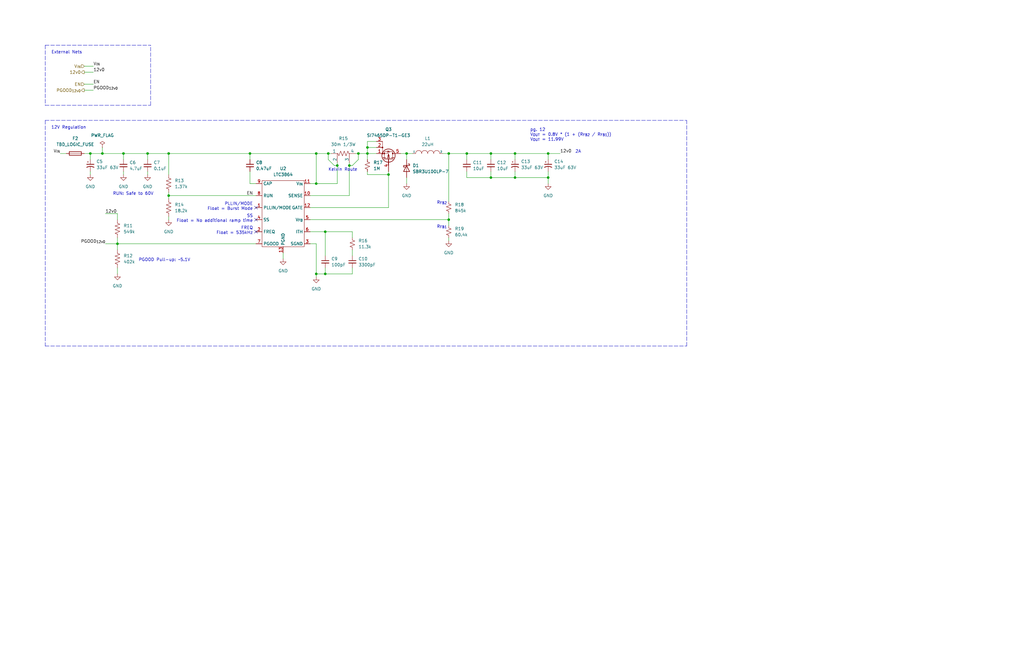
<source format=kicad_sch>
(kicad_sch (version 20211123) (generator eeschema)
  (paper "B")
  (title_block (title "Power Distribution") (date "2021-11-14") (rev "1.0.0") (company "The A-Team (RC SSL)") (comment 1 "Designed By: W. Stuckey & R. Osawa") (comment 2 "Reviewed By:"))
  (lib_symbols
    (symbol "AT-Transistors:Q_PMOS_SGD_PowerPAK" (pin_names (offset 0) hide)
      (property "Reference" "Q" (at 5.08 1.27 0))
      (property "Value" "Q_PMOS_SGD_PowerPAK" (at 5.08 -1.27 0))
      (symbol "Q_PMOS_SGD_PowerPAK_0_1"
        (polyline (pts (xy 0.254 0) (xy -2.54 0)))
        (polyline (pts (xy 0.254 0) (xy -2.54 0)))
        (polyline (pts (xy 0.254 1.905) (xy 0.254 -1.905)) (stroke (width 0.254)))
        (polyline (pts (xy 0.762 -1.27) (xy 0.762 -2.286)) (stroke (width 0.254)))
        (polyline (pts (xy 0.762 0.508) (xy 0.762 -0.508)) (stroke (width 0.254)))
        (polyline (pts (xy 0.762 2.286) (xy 0.762 1.27)) (stroke (width 0.254)))
        (polyline (pts (xy 2.54 2.54) (xy 2.54 1.778)))
        (polyline (pts (xy 7.62 -2.54) (xy 5.08 -2.54)) (stroke (width 0.1524)))
        (polyline (pts (xy 2.54 -2.54) (xy 2.54 0) (xy 0.762 0)))
        (polyline (pts (xy 5.08 -2.54) (xy 2.54 -2.54) (xy 3.81 -2.54)) (stroke (width 0.1524)))
        (polyline (pts (xy 0.762 1.778) (xy 3.302 1.778) (xy 3.302 -1.778) (xy 0.762 -1.778)))
        (polyline (pts (xy 2.286 0) (xy 1.27 0.381) (xy 1.27 -0.381) (xy 2.286 0)) (fill (type outline)))
        (polyline (pts (xy 2.794 -0.508) (xy 2.921 -0.381) (xy 3.683 -0.381) (xy 3.81 -0.254)))
        (polyline (pts (xy 3.302 -0.381) (xy 2.921 0.254) (xy 3.683 0.254) (xy 3.302 -0.381)))
        (circle (center 1.651 0) (radius 2.794) (stroke (width 0.254)))
        (circle (center 2.54 -2.54) (radius 0.254) (fill (type outline)))
        (circle (center 2.54 -1.778) (radius 0.254) (fill (type outline)))
        (circle (center 2.54 1.778) (radius 0.254) (fill (type outline)))
        (circle (center 5.08 -2.54) (radius 0.254) (fill (type outline)))
      )
      (symbol "Q_PMOS_SGD_PowerPAK_1_1"
        (pin passive line (at 2.54 -5.08 90) (length 2.54) (name "S") (number "1"))
        (pin passive line (at 5.08 -5.08 90) (length 2.54) (name "S") (number "2"))
        (pin passive line (at 7.62 -5.08 90) (length 2.54) (name "S") (number "3"))
        (pin input line (at -5.08 0 0) (length 5.08) (name "G") (number "4"))
        (pin passive line (at 2.54 5.08 270) (length 2.54) (name "D") (number "5"))
      )
    )
    (symbol "Device:C_Polarized_Small_US" (pin_numbers hide) (pin_names (offset 0.254) hide)
      (property "Reference" "C" (at 0.254 1.778 0))
      (property "Value" "C_Polarized_Small_US" (at 0.254 -2.032 0))
      (symbol "C_Polarized_Small_US_0_1"
        (polyline (pts (xy -1.524 0.508) (xy 1.524 0.508)) (stroke (width 0.3048)))
        (polyline (pts (xy -1.27 1.524) (xy -0.762 1.524)))
        (polyline (pts (xy -1.016 1.27) (xy -1.016 1.778)))
        (arc (start 1.524 -0.762) (mid 0 -0.3734) (end -1.524 -0.762) (stroke (width 0.3048)))
      )
      (symbol "C_Polarized_Small_US_1_1"
        (pin passive line (at 0 2.54 270) (length 2.032) (name "~") (number "1"))
        (pin passive line (at 0 -2.54 90) (length 2.032) (name "~") (number "2"))
      )
    )
    (symbol "Device:C_Small" (pin_numbers hide) (pin_names (offset 0.254) hide)
      (property "Reference" "C" (at 0.254 1.778 0))
      (property "Value" "C_Small" (at 0.254 -2.032 0))
      (symbol "C_Small_0_1"
        (polyline (pts (xy -1.524 -0.508) (xy 1.524 -0.508)) (stroke (width 0.3302)))
        (polyline (pts (xy -1.524 0.508) (xy 1.524 0.508)) (stroke (width 0.3048)))
      )
      (symbol "C_Small_1_1"
        (pin passive line (at 0 2.54 270) (length 2.032) (name "~") (number "1"))
        (pin passive line (at 0 -2.54 90) (length 2.032) (name "~") (number "2"))
      )
    )
    (symbol "Device:D_Schottky" (pin_numbers hide) (pin_names (offset 1.016) hide)
      (property "Reference" "D" (at 0 2.54 0))
      (property "Value" "D_Schottky" (at 0 -2.54 0))
      (symbol "D_Schottky_0_1"
        (polyline (pts (xy 1.27 0) (xy -1.27 0)))
        (polyline (pts (xy 1.27 1.27) (xy 1.27 -1.27) (xy -1.27 0) (xy 1.27 1.27)) (stroke (width 0.254)))
        (polyline (pts (xy -1.905 0.635) (xy -1.905 1.27) (xy -1.27 1.27) (xy -1.27 -1.27) (xy -0.635 -1.27) (xy -0.635 -0.635)) (stroke (width 0.254)))
      )
      (symbol "D_Schottky_1_1"
        (pin passive line (at -3.81 0 0) (length 2.54) (name "K") (number "1"))
        (pin passive line (at 3.81 0 180) (length 2.54) (name "A") (number "2"))
      )
    )
    (symbol "Device:Fuse" (pin_numbers hide) (pin_names (offset 0))
      (property "Reference" "F" (at 2.032 0 90))
      (property "Value" "Fuse" (at -1.905 0 90))
      (symbol "Fuse_0_1"
        (rectangle (start -0.762 -2.54) (end 0.762 2.54) (stroke (width 0.254)))
        (polyline (pts (xy 0 2.54) (xy 0 -2.54)))
      )
      (symbol "Fuse_1_1"
        (pin passive line (at 0 3.81 270) (length 1.27) (name "~") (number "1"))
        (pin passive line (at 0 -3.81 90) (length 1.27) (name "~") (number "2"))
      )
    )
    (symbol "Device:R_Shunt_US" (pin_numbers hide) (pin_names (offset 0))
      (property "Reference" "R" (at -5.08 0 90))
      (property "Value" "R_Shunt_US" (at -3.048 0 90))
      (symbol "R_Shunt_US_1_1"
        (polyline (pts (xy 0 -2.54) (xy 1.27 -2.54)))
        (polyline (pts (xy 0 -2.286) (xy 0 -2.54)))
        (polyline (pts (xy 0 2.286) (xy 0 2.54)))
        (polyline (pts (xy 1.27 2.54) (xy 0 2.54)))
        (polyline (pts (xy 0 -0.762) (xy 1.016 -1.143) (xy 0 -1.524) (xy -1.016 -1.905) (xy 0 -2.286)))
        (polyline (pts (xy 0 0.762) (xy 1.016 0.381) (xy 0 0) (xy -1.016 -0.381) (xy 0 -0.762)))
        (polyline (pts (xy 0 2.286) (xy 1.016 1.905) (xy 0 1.524) (xy -1.016 1.143) (xy 0 0.762)))
        (pin passive line (at 0 5.08 270) (length 2.54) (name "1") (number "1"))
        (pin passive line (at 3.81 2.54 180) (length 2.54) (name "2") (number "2"))
        (pin passive line (at 3.81 -2.54 180) (length 2.54) (name "3") (number "3"))
        (pin passive line (at 0 -5.08 90) (length 2.54) (name "4") (number "4"))
      )
    )
    (symbol "Device:R_Small_US" (pin_numbers hide) (pin_names (offset 0.254) hide)
      (property "Reference" "R" (at 0.762 0.508 0))
      (property "Value" "R_Small_US" (at 0.762 -1.016 0))
      (symbol "R_Small_US_1_1"
        (polyline (pts (xy 0 0) (xy 1.016 -0.381) (xy 0 -0.762) (xy -1.016 -1.143) (xy 0 -1.524)))
        (polyline (pts (xy 0 1.524) (xy 1.016 1.143) (xy 0 0.762) (xy -1.016 0.381) (xy 0 0)))
        (pin passive line (at 0 2.54 270) (length 1.016) (name "~") (number "1"))
        (pin passive line (at 0 -2.54 90) (length 1.016) (name "~") (number "2"))
      )
    )
    (symbol "Device:R_US" (pin_numbers hide) (pin_names (offset 0))
      (property "Reference" "R" (at 2.54 0 90))
      (property "Value" "R_US" (at -2.54 0 90))
      (symbol "R_US_0_1"
        (polyline (pts (xy 0 -2.286) (xy 0 -2.54)))
        (polyline (pts (xy 0 2.286) (xy 0 2.54)))
        (polyline (pts (xy 0 -0.762) (xy 1.016 -1.143) (xy 0 -1.524) (xy -1.016 -1.905) (xy 0 -2.286)))
        (polyline (pts (xy 0 0.762) (xy 1.016 0.381) (xy 0 0) (xy -1.016 -0.381) (xy 0 -0.762)))
        (polyline (pts (xy 0 2.286) (xy 1.016 1.905) (xy 0 1.524) (xy -1.016 1.143) (xy 0 0.762)))
      )
      (symbol "R_US_1_1"
        (pin passive line (at 0 3.81 270) (length 1.27) (name "~") (number "1"))
        (pin passive line (at 0 -3.81 90) (length 1.27) (name "~") (number "2"))
      )
    )
    (symbol "ltc_regulators:LTC3864"
      (property "Reference" "U" (at -6.35 -15.24 0))
      (property "Value" "LTC3864" (at 0 15.24 0))
      (symbol "LTC3864_0_1"
        (rectangle (start -8.89 13.97) (end 8.89 -13.97) (stroke (width 0.1524)))
      )
      (symbol "LTC3864_1_1"
        (pin input line (at -11.43 2.54 0) (length 2.54) (name "PLLIN/MODE") (number "1"))
        (pin input line (at 11.43 7.62 180) (length 2.54) (name "SENSE") (number "10"))
        (pin power_in line (at 11.43 12.7 180) (length 2.54) (name "V_{IN}") (number "11"))
        (pin output line (at 11.43 2.54 180) (length 2.54) (name "GATE") (number "12"))
        (pin power_in line (at 0 -16.51 90) (length 2.54) (name "PGND") (number "13"))
        (pin passive line (at -11.43 -7.62 0) (length 2.54) (name "FREQ") (number "2"))
        (pin power_in line (at 11.43 -12.7 180) (length 2.54) (name "SGND") (number "3"))
        (pin bidirectional line (at -11.43 -2.54 0) (length 2.54) (name "SS") (number "4"))
        (pin input line (at 11.43 -2.54 180) (length 2.54) (name "V_{FB}") (number "5"))
        (pin bidirectional line (at 11.43 -7.62 180) (length 2.54) (name "ITH") (number "6"))
        (pin bidirectional line (at -11.43 -12.7 0) (length 2.54) (name "PGOOD") (number "7"))
        (pin input line (at -11.43 7.62 0) (length 2.54) (name "RUN") (number "8"))
        (pin bidirectional line (at -11.43 12.7 0) (length 2.54) (name "CAP") (number "9"))
      )
    )
    (symbol "power:GND" (power) (pin_names (offset 0))
      (property "Value" "GND" (at 0 -3.81 0))
      (symbol "GND_0_1"
        (polyline (pts (xy 0 0) (xy 0 -1.27) (xy 1.27 -1.27) (xy 0 -2.54) (xy -1.27 -1.27) (xy 0 -1.27)))
      )
      (symbol "GND_1_1"
        (pin power_in line (at 0 0 270) (length 0) hide (name "GND") (number "1"))
      )
    )
    (symbol "power:PWR_FLAG" (power) (pin_numbers hide) (pin_names (offset 0) hide)
      (property "Value" "PWR_FLAG" (at 0 3.81 0))
      (symbol "PWR_FLAG_0_0"
        (pin power_out line (at 0 0 90) (length 0) (name "pwr") (number "1"))
      )
      (symbol "PWR_FLAG_0_1"
        (polyline (pts (xy 0 0) (xy 0 1.27) (xy -1.016 1.905) (xy 0 2.54) (xy 1.016 1.905) (xy 0 1.27)))
      )
    )
    (symbol "pspice:INDUCTOR" (pin_numbers hide) (pin_names (offset 0))
      (property "Reference" "L" (at 0 2.54 0))
      (property "Value" "INDUCTOR" (at 0 -1.27 0))
      (symbol "INDUCTOR_0_1"
        (arc (start -2.54 0) (mid -3.81 1.27) (end -5.08 0))
        (arc (start 0 0) (mid -1.27 1.27) (end -2.54 0))
        (arc (start 2.54 0) (mid 1.27 1.27) (end 0 0))
        (arc (start 5.08 0) (mid 3.81 1.27) (end 2.54 0))
      )
      (symbol "INDUCTOR_1_1"
        (pin input line (at -6.35 0 0) (length 1.27) (name "1") (number "1"))
        (pin input line (at 6.35 0 180) (length 1.27) (name "2") (number "2"))
      )
    )
  )
  (junction (at 154.94 64.77))
  (junction (at 154.94 62.23))
  (junction (at 207.01 74.93))
  (junction (at 207.01 64.77))
  (junction (at 189.23 64.77))
  (junction (at 142.24 69.85))
  (junction (at 105.41 64.77))
  (junction (at 133.35 77.47))
  (junction (at 217.17 74.93))
  (junction (at 43.18 64.77))
  (junction (at 38.1 64.77))
  (junction (at 196.85 64.77))
  (junction (at 137.16 97.79))
  (junction (at 137.16 115.57))
  (junction (at 133.35 115.57))
  (junction (at 62.23 64.77))
  (junction (at 189.23 92.71))
  (junction (at 171.45 64.77))
  (junction (at 163.83 73.66))
  (junction (at 133.35 64.77))
  (junction (at 147.32 69.85))
  (junction (at 71.12 64.77))
  (junction (at 52.07 64.77))
  (junction (at 231.14 74.93))
  (junction (at 49.53 102.87))
  (junction (at 151.13 64.77))
  (junction (at 231.14 64.77))
  (junction (at 138.43 64.77))
  (junction (at 71.12 82.55))
  (junction (at 217.17 64.77))
  (no_connect (at 107.95 87.63))
  (no_connect (at 107.95 97.79))
  (no_connect (at 107.95 92.71))
  (wire (pts (xy 133.35 115.57) (xy 133.35 116.84)))
  (wire (pts (xy 148.59 113.03) (xy 148.59 115.57)))
  (wire (pts (xy 130.81 97.79) (xy 137.16 97.79)))
  (wire (pts (xy 130.81 82.55) (xy 147.32 82.55)))
  (wire (pts (xy 231.14 64.77) (xy 231.14 67.31)))
  (wire (pts (xy 49.53 113.03) (xy 49.53 115.57)))
  (wire (pts (xy 62.23 72.39) (xy 62.23 73.66)))
  (wire (pts (xy 189.23 90.17) (xy 189.23 92.71)))
  (wire (pts (xy 158.75 59.69) (xy 154.94 59.69)))
  (wire (pts (xy 168.91 64.77) (xy 171.45 64.77)))
  (wire (pts (xy 137.16 97.79) (xy 137.16 107.95)))
  (wire (pts (xy 105.41 64.77) (xy 133.35 64.77)))
  (wire (pts (xy 196.85 64.77) (xy 196.85 67.31)))
  (wire (pts (xy 154.94 73.66) (xy 163.83 73.66)))
  (wire (pts (xy 130.81 87.63) (xy 163.83 87.63)))
  (wire (pts (xy 105.41 77.47) (xy 107.95 77.47)))
  (wire (pts (xy 217.17 74.93) (xy 231.14 74.93)))
  (wire (pts (xy 154.94 64.77) (xy 154.94 67.31)))
  (wire (pts (xy 52.07 64.77) (xy 62.23 64.77)))
  (wire (pts (xy 38.1 72.39) (xy 38.1 73.66)))
  (wire (pts (xy 217.17 64.77) (xy 217.17 67.31)))
  (wire (pts (xy 207.01 64.77) (xy 217.17 64.77)))
  (wire (pts (xy 71.12 82.55) (xy 107.95 82.55)))
  (wire (pts (xy 62.23 64.77) (xy 71.12 64.77)))
  (wire (pts (xy 71.12 64.77) (xy 71.12 73.66)))
  (wire (pts (xy 189.23 100.33) (xy 189.23 101.6)))
  (wire (pts (xy 196.85 64.77) (xy 207.01 64.77)))
  (wire (pts (xy 35.56 30.48) (xy 39.37 30.48)))
  (wire (pts (xy 217.17 64.77) (xy 231.14 64.77)))
  (wire (pts (xy 38.1 64.77) (xy 43.18 64.77)))
  (wire (pts (xy 207.01 64.77) (xy 207.01 67.31)))
  (wire (pts (xy 71.12 82.55) (xy 71.12 83.82)))
  (wire (pts (xy 137.16 97.79) (xy 148.59 97.79)))
  (wire (pts (xy 119.38 106.68) (xy 119.38 109.22)))
  (wire (pts (xy 147.32 68.58) (xy 147.32 69.85)))
  (wire (pts (xy 133.35 64.77) (xy 133.35 77.47)))
  (wire (pts (xy 35.56 38.1) (xy 39.37 38.1)))
  (wire (pts (xy 130.81 77.47) (xy 133.35 77.47)))
  (wire (pts (xy 133.35 102.87) (xy 133.35 115.57)))
  (wire (pts (xy 151.13 67.31) (xy 151.13 64.77)))
  (wire (pts (xy 133.35 77.47) (xy 142.24 77.47)))
  (wire (pts (xy 148.59 69.85) (xy 147.32 69.85)))
  (wire (pts (xy 154.94 72.39) (xy 154.94 73.66)))
  (wire (pts (xy 35.56 64.77) (xy 38.1 64.77)))
  (wire (pts (xy 52.07 64.77) (xy 52.07 67.31)))
  (wire (pts (xy 140.97 69.85) (xy 142.24 69.85)))
  (wire (pts (xy 189.23 64.77) (xy 196.85 64.77)))
  (polyline (pts (xy 19.05 19.05) (xy 19.05 44.45)) (stroke (width 0) (type dash)))
  (polyline (pts (xy 19.05 19.05) (xy 63.5 19.05)) (stroke (width 0) (type dash)))
  (polyline (pts (xy 19.05 44.45) (xy 63.5 44.45)) (stroke (width 0) (type dash)))
  (polyline (pts (xy 63.5 44.45) (xy 63.5 19.05)) (stroke (width 0) (type dash)))
  (wire (pts (xy 52.07 72.39) (xy 52.07 73.66)))
  (wire (pts (xy 49.53 102.87) (xy 107.95 102.87)))
  (wire (pts (xy 231.14 74.93) (xy 231.14 77.47)))
  (wire (pts (xy 171.45 74.93) (xy 171.45 77.47)))
  (wire (pts (xy 137.16 113.03) (xy 137.16 115.57)))
  (wire (pts (xy 38.1 64.77) (xy 38.1 67.31)))
  (wire (pts (xy 49.53 100.33) (xy 49.53 102.87)))
  (wire (pts (xy 35.56 35.56) (xy 39.37 35.56)))
  (wire (pts (xy 148.59 105.41) (xy 148.59 107.95)))
  (wire (pts (xy 163.83 73.66) (xy 163.83 72.39)))
  (wire (pts (xy 130.81 102.87) (xy 133.35 102.87)))
  (wire (pts (xy 49.53 102.87) (xy 44.45 102.87)))
  (wire (pts (xy 105.41 64.77) (xy 105.41 67.31)))
  (wire (pts (xy 133.35 115.57) (xy 137.16 115.57)))
  (wire (pts (xy 149.86 64.77) (xy 151.13 64.77)))
  (wire (pts (xy 43.18 64.77) (xy 52.07 64.77)))
  (wire (pts (xy 151.13 64.77) (xy 154.94 64.77)))
  (wire (pts (xy 105.41 72.39) (xy 105.41 77.47)))
  (wire (pts (xy 137.16 115.57) (xy 148.59 115.57)))
  (wire (pts (xy 231.14 64.77) (xy 236.22 64.77)))
  (wire (pts (xy 49.53 102.87) (xy 49.53 105.41)))
  (wire (pts (xy 138.43 64.77) (xy 138.43 67.31)))
  (wire (pts (xy 231.14 72.39) (xy 231.14 74.93)))
  (wire (pts (xy 207.01 74.93) (xy 217.17 74.93)))
  (wire (pts (xy 62.23 64.77) (xy 62.23 67.31)))
  (wire (pts (xy 147.32 69.85) (xy 147.32 82.55)))
  (wire (pts (xy 138.43 67.31) (xy 140.97 69.85)))
  (wire (pts (xy 154.94 64.77) (xy 158.75 64.77)))
  (wire (pts (xy 196.85 74.93) (xy 207.01 74.93)))
  (wire (pts (xy 71.12 81.28) (xy 71.12 82.55)))
  (wire (pts (xy 148.59 69.85) (xy 151.13 67.31)))
  (wire (pts (xy 171.45 64.77) (xy 171.45 67.31)))
  (wire (pts (xy 196.85 72.39) (xy 196.85 74.93)))
  (wire (pts (xy 189.23 92.71) (xy 189.23 95.25)))
  (wire (pts (xy 207.01 72.39) (xy 207.01 74.93)))
  (wire (pts (xy 142.24 69.85) (xy 142.24 68.58)))
  (wire (pts (xy 171.45 64.77) (xy 173.99 64.77)))
  (wire (pts (xy 154.94 62.23) (xy 154.94 64.77)))
  (wire (pts (xy 25.4 64.77) (xy 27.94 64.77)))
  (wire (pts (xy 138.43 64.77) (xy 139.7 64.77)))
  (wire (pts (xy 71.12 91.44) (xy 71.12 92.71)))
  (wire (pts (xy 49.53 90.17) (xy 49.53 92.71)))
  (wire (pts (xy 44.45 90.17) (xy 49.53 90.17)))
  (wire (pts (xy 142.24 77.47) (xy 142.24 69.85)))
  (wire (pts (xy 186.69 64.77) (xy 189.23 64.77)))
  (wire (pts (xy 163.83 73.66) (xy 163.83 87.63)))
  (wire (pts (xy 148.59 97.79) (xy 148.59 100.33)))
  (wire (pts (xy 154.94 59.69) (xy 154.94 62.23)))
  (wire (pts (xy 189.23 64.77) (xy 189.23 85.09)))
  (wire (pts (xy 154.94 62.23) (xy 158.75 62.23)))
  (polyline (pts (xy 19.05 50.8) (xy 19.05 146.05)) (stroke (width 0) (type dash)))
  (polyline (pts (xy 19.05 50.8) (xy 289.56 50.8)) (stroke (width 0) (type dash)))
  (polyline (pts (xy 19.05 146.05) (xy 289.56 146.05)) (stroke (width 0) (type dash)))
  (polyline (pts (xy 289.56 146.05) (xy 289.56 50.8)) (stroke (width 0) (type dash)))
  (wire (pts (xy 71.12 64.77) (xy 105.41 64.77)))
  (wire (pts (xy 130.81 92.71) (xy 189.23 92.71)))
  (wire (pts (xy 35.56 27.94) (xy 39.37 27.94)))
  (wire (pts (xy 217.17 72.39) (xy 217.17 74.93)))
  (wire (pts (xy 133.35 64.77) (xy 138.43 64.77)))
  (wire (pts (xy 43.18 62.23) (xy 43.18 64.77)))
  (text "SS\nFloat = No additional ramp time" (at 106.68 93.98 180) (effects (font (size 1.27 1.27)) (justify right bottom)))
  (text "R_{FB1}\n" (at 184.15 96.52 0) (effects (font (size 1.27 1.27)) (justify left bottom)))
  (text "FREQ\nFloat = 535kHz" (at 106.68 99.06 180) (effects (font (size 1.27 1.27)) (justify right bottom)))
  (text "Kelvin Route" (at 138.43 72.39 0) (effects (font (size 1.27 1.27)) (justify left bottom)))
  (text "PGOOD Pull-up: ~5.1V" (at 58.42 110.49 0) (effects (font (size 1.27 1.27)) (justify left bottom)))
  (text "RUN: Safe to 60V" (at 64.77 82.55 180) (effects (font (size 1.27 1.27)) (justify right bottom)))
  (text "2A" (at 242.57 64.77 0) (effects (font (size 1.27 1.27)) (justify left bottom)))
  (text "12V Regulation" (at 21.59 54.61 0) (effects (font (size 1.27 1.27)) (justify left bottom)))
  (text "pg. 12\nV_{OUT} = 0.8V * (1 + (R_{FB2} / R_{FB1}))\nV_{OUT} = 11.99V" (at 223.52 59.69 0) (effects (font (size 1.27 1.27)) (justify left bottom)))
  (text "PLLIN/MODE\nFloat = Burst Mode" (at 106.68 88.9 180) (effects (font (size 1.27 1.27)) (justify right bottom)))
  (text "External Nets" (at 21.59 22.86 0) (effects (font (size 1.27 1.27)) (justify left bottom)))
  (text "R_{FB2}" (at 184.15 86.36 0) (effects (font (size 1.27 1.27)) (justify left bottom)))
  (label "V_{IN}" (at 39.37 27.94 0))
  (label "12v0" (at 39.37 30.48 0))
  (label "12v0" (at 236.22 64.77 0))
  (label "EN" (at 39.37 35.56 0))
  (label "V_{IN}" (at 25.4 64.77 180))
  (label "12v0" (at 44.45 90.17 0))
  (label "PGOOD_{12v0}" (at 39.37 38.1 0))
  (label "PGOOD_{12v0}" (at 44.45 102.87 180))
  (label "EN" (at 106.68 82.55 180))
  (hierarchical_label "PGOOD_{12v0}" (shape output) (at 35.56 38.1 180))
  (hierarchical_label "V_{IN}" (shape input) (at 35.56 27.94 180))
  (hierarchical_label "12v0" (shape output) (at 35.56 30.48 180))
  (hierarchical_label "EN" (shape input) (at 35.56 35.56 180))
  (symbol (lib_id "Device:R_Small_US") (at 189.23 87.63 0) (unit 1)
    (property "Reference" "R18" (at 191.77 86.3599 0) (effects (justify left)))
    (property "Value" "845k" (at 191.77 88.8999 0) (effects (justify left)))
    (property "Footprint" "Resistor_SMD:R_0402_1005Metric_Pad0.72x0.64mm_HandSolder" (effects hide))
  )
  (symbol (lib_id "power:GND") (at 62.23 73.66 0) (unit 1)
    (property "Reference" "#PWR017" (effects hide))
    (property "Value" "GND" (at 62.23 78.74 0))
  )
  (symbol (lib_id "Device:Fuse") (at 31.75 64.77 90) (unit 1)
    (property "Reference" "F2" (at 31.75 58.42 90))
    (property "Value" "TBD_LOGIC_FUSE" (at 31.75 60.96 90))
  )
  (symbol (lib_id "Device:R_US") (at 49.53 96.52 180) (unit 1)
    (property "Reference" "R11" (at 52.07 95.2499 0) (effects (justify right)))
    (property "Value" "549k" (at 52.07 97.7899 0) (effects (justify right)))
    (property "Footprint" "Resistor_SMD:R_0402_1005Metric_Pad0.72x0.64mm_HandSolder" (effects hide))
  )
  (symbol (lib_id "pspice:INDUCTOR") (at 180.34 64.77 0) (unit 1)
    (property "Reference" "L1" (at 180.34 58.42 0))
    (property "Value" "22uH" (at 180.34 60.96 0))
  )
  (symbol (lib_id "Device:C_Small") (at 137.16 110.49 0) (unit 1)
    (property "Reference" "C9" (at 139.7 109.2262 0) (effects (justify left)))
    (property "Value" "100pF" (at 139.7 111.7662 0) (effects (justify left)))
    (property "Footprint" "Capacitor_SMD:C_0402_1005Metric_Pad0.74x0.62mm_HandSolder" (effects hide))
  )
  (symbol (lib_id "ltc_regulators:LTC3864") (at 119.38 90.17 0) (unit 1)
    (property "Reference" "U2" (at 119.38 71.12 0))
    (property "Value" "LTC3864" (at 119.38 73.66 0))
  )
  (symbol (lib_id "Device:D_Schottky") (at 171.45 71.12 270) (unit 1)
    (property "Reference" "D1" (at 173.99 69.8499 90) (effects (justify left)))
    (property "Value" "SBR3U100LP-7" (at 173.99 72.3899 90) (effects (justify left)))
  )
  (symbol (lib_id "power:GND") (at 133.35 116.84 0) (unit 1)
    (property "Reference" "#PWR020" (effects hide))
    (property "Value" "GND" (at 133.35 121.92 0))
  )
  (symbol (lib_id "power:GND") (at 52.07 73.66 0) (unit 1)
    (property "Reference" "#PWR016" (effects hide))
    (property "Value" "GND" (at 52.07 78.74 0))
  )
  (symbol (lib_id "Device:R_US") (at 49.53 109.22 180) (unit 1)
    (property "Reference" "R12" (at 52.07 107.9499 0) (effects (justify right)))
    (property "Value" "402k" (at 52.07 110.4899 0) (effects (justify right)))
    (property "Footprint" "Resistor_SMD:R_0402_1005Metric_Pad0.72x0.64mm_HandSolder" (effects hide))
  )
  (symbol (lib_id "Device:R_Small_US") (at 154.94 69.85 0) (unit 1)
    (property "Reference" "R17" (at 157.48 68.5799 0) (effects (justify left)))
    (property "Value" "1M" (at 157.48 71.1199 0) (effects (justify left)))
    (property "Footprint" "Resistor_SMD:R_0402_1005Metric_Pad0.72x0.64mm_HandSolder" (effects hide))
  )
  (symbol (lib_id "power:GND") (at 49.53 115.57 0) (unit 1)
    (property "Reference" "#PWR015" (effects hide))
    (property "Value" "GND" (at 49.53 120.65 0))
  )
  (symbol (lib_id "Device:C_Small") (at 52.07 69.85 0) (unit 1)
    (property "Reference" "C6" (at 54.61 68.5862 0) (effects (justify left)))
    (property "Value" "4.7uF" (at 54.61 71.1262 0) (effects (justify left)))
    (property "Footprint" "Capacitor_SMD:C_0805_2012Metric_Pad1.18x1.45mm_HandSolder" (effects hide))
  )
  (symbol (lib_id "Device:C_Polarized_Small_US") (at 38.1 69.85 0) (unit 1)
    (property "Reference" "C5" (at 40.64 68.1481 0) (effects (justify left)))
    (property "Value" "33uF 63V" (at 40.64 70.6881 0) (effects (justify left)))
    (property "Footprint" "Capacitor_THT:C_Radial_D6.3mm_H11.0mm_P2.50mm" (effects hide))
  )
  (symbol (lib_id "Device:C_Small") (at 148.59 110.49 0) (unit 1)
    (property "Reference" "C10" (at 151.13 109.2262 0) (effects (justify left)))
    (property "Value" "3300pF" (at 151.13 111.7662 0) (effects (justify left)))
    (property "Footprint" "Capacitor_SMD:C_0402_1005Metric_Pad0.74x0.62mm_HandSolder" (effects hide))
  )
  (symbol (lib_id "power:GND") (at 38.1 73.66 0) (unit 1)
    (property "Reference" "#PWR014" (effects hide))
    (property "Value" "GND" (at 38.1 78.74 0))
  )
  (symbol (lib_id "Device:R_US") (at 71.12 77.47 0) (unit 1)
    (property "Reference" "R13" (at 73.66 76.1999 0) (effects (justify left)))
    (property "Value" "1.37k" (at 73.66 78.7399 0) (effects (justify left)))
    (property "Footprint" "Resistor_SMD:R_0402_1005Metric_Pad0.72x0.64mm_HandSolder" (effects hide))
  )
  (symbol (lib_id "power:GND") (at 231.14 77.47 0) (unit 1)
    (property "Reference" "#PWR023" (effects hide))
    (property "Value" "GND" (at 231.14 82.55 0))
  )
  (symbol (lib_id "Device:C_Small") (at 207.01 69.85 0) (unit 1)
    (property "Reference" "C12" (at 209.55 68.5862 0) (effects (justify left)))
    (property "Value" "10uF" (at 209.55 71.1262 0) (effects (justify left)))
    (property "Footprint" "Capacitor_SMD:C_1206_3216Metric_Pad1.33x1.80mm_HandSolder" (effects hide))
  )
  (symbol (lib_id "Device:R_Small_US") (at 148.59 102.87 180) (unit 1)
    (property "Reference" "R16" (at 151.13 101.5999 0) (effects (justify right)))
    (property "Value" "11.3k" (at 151.13 104.1399 0) (effects (justify right)))
    (property "Footprint" "Resistor_SMD:R_0402_1005Metric_Pad0.72x0.64mm_HandSolder" (effects hide))
  )
  (symbol (lib_id "Device:C_Small") (at 196.85 69.85 0) (unit 1)
    (property "Reference" "C11" (at 199.39 68.5862 0) (effects (justify left)))
    (property "Value" "10uF" (at 199.39 71.1262 0) (effects (justify left)))
    (property "Footprint" "Capacitor_SMD:C_1206_3216Metric_Pad1.33x1.80mm_HandSolder" (effects hide))
  )
  (symbol (lib_id "Device:C_Polarized_Small_US") (at 217.17 69.85 0) (unit 1)
    (property "Reference" "C13" (at 219.71 68.1481 0) (effects (justify left)))
    (property "Value" "33uF 63V" (at 219.71 70.6881 0) (effects (justify left)))
    (property "Footprint" "Capacitor_THT:C_Radial_D6.3mm_H11.0mm_P2.50mm" (effects hide))
  )
  (symbol (lib_id "Device:R_Shunt_US") (at 144.78 64.77 90) (mirror x) (unit 1)
    (property "Reference" "R15" (at 144.78 58.42 90))
    (property "Value" "30m 1/3W" (at 144.78 60.96 90))
    (property "Footprint" "Resistor_SMD:R_0603_1608Metric_Pad0.98x0.95mm_HandSolder" (effects hide))
  )
  (symbol (lib_id "Device:C_Small") (at 105.41 69.85 0) (unit 1)
    (property "Reference" "C8" (at 107.95 68.5862 0) (effects (justify left)))
    (property "Value" "0.47uF" (at 107.95 71.1262 0) (effects (justify left)))
    (property "Footprint" "Capacitor_SMD:C_0402_1005Metric_Pad0.74x0.62mm_HandSolder" (effects hide))
  )
  (symbol (lib_id "Device:C_Small") (at 62.23 69.85 0) (unit 1)
    (property "Reference" "C7" (at 64.77 68.5862 0) (effects (justify left)))
    (property "Value" "0.1uF" (at 64.77 71.1262 0) (effects (justify left)))
    (property "Footprint" "Capacitor_SMD:C_0402_1005Metric_Pad0.74x0.62mm_HandSolder" (effects hide))
  )
  (symbol (lib_id "Device:R_US") (at 71.12 87.63 180) (unit 1)
    (property "Reference" "R14" (at 73.66 86.3599 0) (effects (justify right)))
    (property "Value" "18.2k" (at 73.66 88.8999 0) (effects (justify right)))
    (property "Footprint" "Resistor_SMD:R_0402_1005Metric_Pad0.72x0.64mm_HandSolder" (effects hide))
  )
  (symbol (lib_id "Device:R_Small_US") (at 189.23 97.79 0) (unit 1)
    (property "Reference" "R19" (at 191.77 96.5199 0) (effects (justify left)))
    (property "Value" "60.4k" (at 191.77 99.0599 0) (effects (justify left)))
    (property "Footprint" "Resistor_SMD:R_0402_1005Metric_Pad0.72x0.64mm_HandSolder" (effects hide))
  )
  (symbol (lib_id "power:PWR_FLAG") (at 43.18 62.23 0) (unit 1)
    (property "Reference" "#FLG04" (effects hide))
    (property "Value" "PWR_FLAG" (at 43.18 57.15 0))
  )
  (symbol (lib_id "power:GND") (at 71.12 92.71 0) (unit 1)
    (property "Reference" "#PWR018" (effects hide))
    (property "Value" "GND" (at 71.12 97.79 0))
  )
  (symbol (lib_id "AT-Transistors:Q_PMOS_SGD_PowerPAK") (at 163.83 67.31 270) (mirror x) (unit 1)
    (property "Reference" "Q3" (at 163.83 54.61 90))
    (property "Value" "SI7465DP-T1-GE3" (at 163.83 57.15 90))
    (property "Footprint" "Package_SO:PowerPAK_SO-8_Single" (effects hide))
  )
  (symbol (lib_id "power:GND") (at 189.23 101.6 0) (unit 1)
    (property "Reference" "#PWR022" (effects hide))
    (property "Value" "GND" (at 189.23 106.68 0))
  )
  (symbol (lib_id "Device:C_Polarized_Small_US") (at 231.14 69.85 0) (unit 1)
    (property "Reference" "C14" (at 233.68 68.1481 0) (effects (justify left)))
    (property "Value" "33uF 63V" (at 233.68 70.6881 0) (effects (justify left)))
    (property "Footprint" "Capacitor_THT:C_Radial_D6.3mm_H11.0mm_P2.50mm" (effects hide))
  )
  (symbol (lib_id "power:GND") (at 171.45 77.47 0) (unit 1)
    (property "Reference" "#PWR021" (effects hide))
    (property "Value" "GND" (at 171.45 82.55 0))
  )
  (symbol (lib_id "power:GND") (at 119.38 109.22 0) (unit 1)
    (property "Reference" "#PWR019" (effects hide))
    (property "Value" "GND" (at 119.38 114.3 0))
  )
)
</source>
